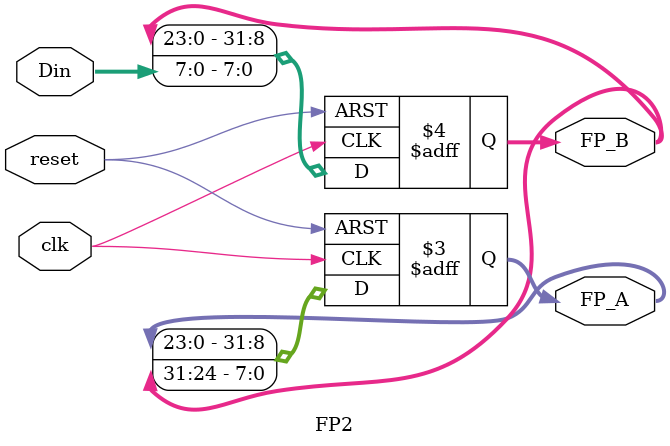
<source format=v>
module FP2(FP_A, FP_B, Din, clk, reset);
output reg [31:0] FP_A, FP_B;
input [7:0] Din;
input clk, reset;

always @(posedge clk or negedge reset)
	if(!reset)begin
		FP_A <= 32'd0;
		FP_B <= 32'd0;
	end
	else begin
		FP_B[7:0] <= Din;
		FP_B[15:8] <= FP_B[7:0];
		FP_B[23:16] <= FP_B[15:8];
		FP_B[31:24] <= FP_B[23:16];
		
		FP_A[7:0] <= FP_B[31:24];
		FP_A[15:8] <= FP_A[7:0];
		FP_A[23:16] <= FP_A[15:8];
		FP_A[31:24] <= FP_A[23:16];
	end

endmodule
</source>
